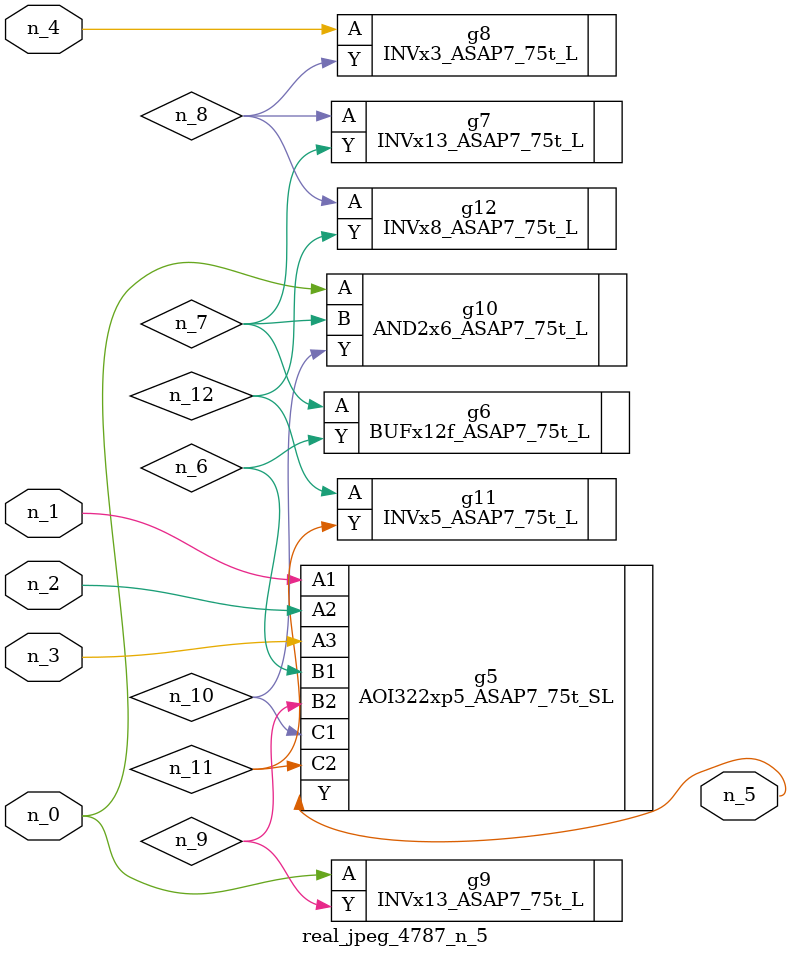
<source format=v>
module real_jpeg_4787_n_5 (n_4, n_0, n_1, n_2, n_3, n_5);

input n_4;
input n_0;
input n_1;
input n_2;
input n_3;

output n_5;

wire n_12;
wire n_8;
wire n_11;
wire n_6;
wire n_7;
wire n_10;
wire n_9;

INVx13_ASAP7_75t_L g9 ( 
.A(n_0),
.Y(n_9)
);

AND2x6_ASAP7_75t_L g10 ( 
.A(n_0),
.B(n_7),
.Y(n_10)
);

AOI322xp5_ASAP7_75t_SL g5 ( 
.A1(n_1),
.A2(n_2),
.A3(n_3),
.B1(n_6),
.B2(n_9),
.C1(n_10),
.C2(n_11),
.Y(n_5)
);

INVx3_ASAP7_75t_L g8 ( 
.A(n_4),
.Y(n_8)
);

BUFx12f_ASAP7_75t_L g6 ( 
.A(n_7),
.Y(n_6)
);

INVx13_ASAP7_75t_L g7 ( 
.A(n_8),
.Y(n_7)
);

INVx8_ASAP7_75t_L g12 ( 
.A(n_8),
.Y(n_12)
);

INVx5_ASAP7_75t_L g11 ( 
.A(n_12),
.Y(n_11)
);


endmodule
</source>
